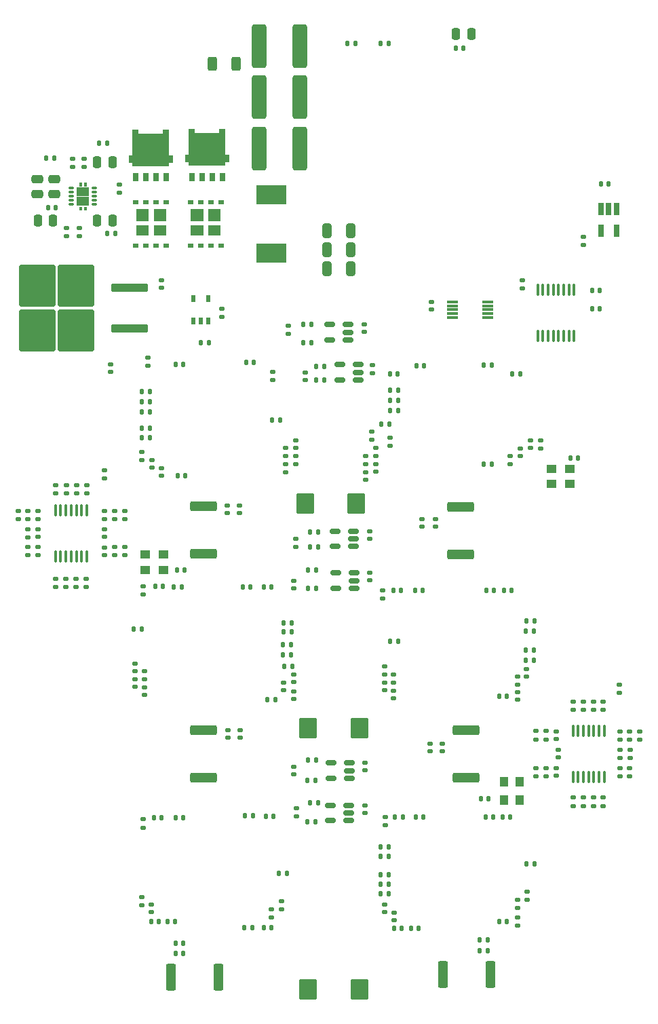
<source format=gbr>
%TF.GenerationSoftware,KiCad,Pcbnew,7.0.6-0*%
%TF.CreationDate,2023-10-22T16:37:52-04:00*%
%TF.ProjectId,bitaxeUltraHex,62697461-7865-4556-9c74-72614865782e,0.9*%
%TF.SameCoordinates,Original*%
%TF.FileFunction,Paste,Bot*%
%TF.FilePolarity,Positive*%
%FSLAX46Y46*%
G04 Gerber Fmt 4.6, Leading zero omitted, Abs format (unit mm)*
G04 Created by KiCad (PCBNEW 7.0.6-0) date 2023-10-22 16:37:52*
%MOMM*%
%LPD*%
G01*
G04 APERTURE LIST*
G04 Aperture macros list*
%AMRoundRect*
0 Rectangle with rounded corners*
0 $1 Rounding radius*
0 $2 $3 $4 $5 $6 $7 $8 $9 X,Y pos of 4 corners*
0 Add a 4 corners polygon primitive as box body*
4,1,4,$2,$3,$4,$5,$6,$7,$8,$9,$2,$3,0*
0 Add four circle primitives for the rounded corners*
1,1,$1+$1,$2,$3*
1,1,$1+$1,$4,$5*
1,1,$1+$1,$6,$7*
1,1,$1+$1,$8,$9*
0 Add four rect primitives between the rounded corners*
20,1,$1+$1,$2,$3,$4,$5,0*
20,1,$1+$1,$4,$5,$6,$7,0*
20,1,$1+$1,$6,$7,$8,$9,0*
20,1,$1+$1,$8,$9,$2,$3,0*%
%AMFreePoly0*
4,1,17,-2.699995,4.191000,0.495300,4.191000,0.495300,3.429000,0.000000,3.429000,0.000000,0.381000,0.495300,0.381000,0.495300,-0.381000,-2.699995,-0.381000,-2.699995,-0.875995,-3.604995,-0.875995,-3.604995,-0.381000,-4.029995,-0.381000,-4.029995,4.191000,-3.604995,4.191000,-3.604995,4.685995,-2.699995,4.685995,-2.699995,4.191000,-2.699995,4.191000,$1*%
G04 Aperture macros list end*
%ADD10C,0.001000*%
%ADD11RoundRect,0.135000X0.135000X0.185000X-0.135000X0.185000X-0.135000X-0.185000X0.135000X-0.185000X0*%
%ADD12RoundRect,0.140000X0.170000X-0.140000X0.170000X0.140000X-0.170000X0.140000X-0.170000X-0.140000X0*%
%ADD13RoundRect,0.250000X-0.325000X-0.650000X0.325000X-0.650000X0.325000X0.650000X-0.325000X0.650000X0*%
%ADD14RoundRect,0.140000X-0.170000X0.140000X-0.170000X-0.140000X0.170000X-0.140000X0.170000X0.140000X0*%
%ADD15RoundRect,0.140000X0.140000X0.170000X-0.140000X0.170000X-0.140000X-0.170000X0.140000X-0.170000X0*%
%ADD16RoundRect,0.135000X0.185000X-0.135000X0.185000X0.135000X-0.185000X0.135000X-0.185000X-0.135000X0*%
%ADD17RoundRect,0.250000X0.475000X-0.250000X0.475000X0.250000X-0.475000X0.250000X-0.475000X-0.250000X0*%
%ADD18RoundRect,0.250000X-0.875000X-1.025000X0.875000X-1.025000X0.875000X1.025000X-0.875000X1.025000X0*%
%ADD19RoundRect,0.140000X-0.140000X-0.170000X0.140000X-0.170000X0.140000X0.170000X-0.140000X0.170000X0*%
%ADD20RoundRect,0.150000X0.512500X0.150000X-0.512500X0.150000X-0.512500X-0.150000X0.512500X-0.150000X0*%
%ADD21RoundRect,0.135000X-0.135000X-0.185000X0.135000X-0.185000X0.135000X0.185000X-0.135000X0.185000X0*%
%ADD22RoundRect,0.250000X-0.650000X-2.450000X0.650000X-2.450000X0.650000X2.450000X-0.650000X2.450000X0*%
%ADD23R,0.650000X1.560000*%
%ADD24RoundRect,0.250000X-0.312500X-0.625000X0.312500X-0.625000X0.312500X0.625000X-0.312500X0.625000X0*%
%ADD25RoundRect,0.135000X-0.185000X0.135000X-0.185000X-0.135000X0.185000X-0.135000X0.185000X0.135000X0*%
%ADD26RoundRect,0.100000X0.100000X-0.637500X0.100000X0.637500X-0.100000X0.637500X-0.100000X-0.637500X0*%
%ADD27R,0.558800X0.952500*%
%ADD28R,3.700000X2.420000*%
%ADD29RoundRect,0.250000X0.250000X0.475000X-0.250000X0.475000X-0.250000X-0.475000X0.250000X-0.475000X0*%
%ADD30R,0.762000X0.990600*%
%ADD31FreePoly0,90.000000*%
%ADD32R,1.300000X1.100000*%
%ADD33R,1.400000X0.300000*%
%ADD34RoundRect,0.250000X-0.362500X-1.425000X0.362500X-1.425000X0.362500X1.425000X-0.362500X1.425000X0*%
%ADD35RoundRect,0.250000X-0.250000X-0.475000X0.250000X-0.475000X0.250000X0.475000X-0.250000X0.475000X0*%
%ADD36R,0.650000X0.630000*%
%ADD37RoundRect,0.250000X1.425000X-0.362500X1.425000X0.362500X-1.425000X0.362500X-1.425000X-0.362500X0*%
%ADD38RoundRect,0.250000X0.362500X1.425000X-0.362500X1.425000X-0.362500X-1.425000X0.362500X-1.425000X0*%
%ADD39R,1.100000X1.300000*%
%ADD40RoundRect,0.250000X2.050000X0.300000X-2.050000X0.300000X-2.050000X-0.300000X2.050000X-0.300000X0*%
%ADD41RoundRect,0.250000X2.025000X2.375000X-2.025000X2.375000X-2.025000X-2.375000X2.025000X-2.375000X0*%
%ADD42RoundRect,0.007874X-0.292126X-0.112126X0.292126X-0.112126X0.292126X0.112126X-0.292126X0.112126X0*%
G04 APERTURE END LIST*
%TO.C,Q2*%
G36*
X69890120Y-74215034D02*
G01*
X68320400Y-74215034D01*
X68320400Y-72980086D01*
X69890120Y-72980086D01*
X69890120Y-74215034D01*
G37*
G36*
X72079600Y-74215034D02*
G01*
X70509880Y-74215034D01*
X70509880Y-72980086D01*
X72079600Y-72980086D01*
X72079600Y-74215034D01*
G37*
G36*
X69890120Y-72479960D02*
G01*
X68320400Y-72479960D01*
X68320400Y-70895000D01*
X69890120Y-70895000D01*
X69890120Y-72479960D01*
G37*
G36*
X72079600Y-72479960D02*
G01*
X70509880Y-72479960D01*
X70509880Y-70895000D01*
X72079600Y-70895000D01*
X72079600Y-72479960D01*
G37*
%TO.C,U4*%
D10*
X61455000Y-68012000D02*
X61205000Y-68012000D01*
X61205000Y-67642000D01*
X61455000Y-67642000D01*
X61455000Y-68012000D01*
G36*
X61455000Y-68012000D02*
G01*
X61205000Y-68012000D01*
X61205000Y-67642000D01*
X61455000Y-67642000D01*
X61455000Y-68012000D01*
G37*
X61455000Y-71042000D02*
X61205000Y-71042000D01*
X61205000Y-70672000D01*
X61455000Y-70672000D01*
X61455000Y-71042000D01*
G36*
X61455000Y-71042000D02*
G01*
X61205000Y-71042000D01*
X61205000Y-70672000D01*
X61455000Y-70672000D01*
X61455000Y-71042000D01*
G37*
X62105000Y-68012000D02*
X61855000Y-68012000D01*
X61855000Y-67642000D01*
X62105000Y-67642000D01*
X62105000Y-68012000D01*
G36*
X62105000Y-68012000D02*
G01*
X61855000Y-68012000D01*
X61855000Y-67642000D01*
X62105000Y-67642000D01*
X62105000Y-68012000D01*
G37*
X62105000Y-71042000D02*
X61855000Y-71042000D01*
X61855000Y-70672000D01*
X62105000Y-70672000D01*
X62105000Y-71042000D01*
G36*
X62105000Y-71042000D02*
G01*
X61855000Y-71042000D01*
X61855000Y-70672000D01*
X62105000Y-70672000D01*
X62105000Y-71042000D01*
G37*
X62365000Y-69232000D02*
X60915000Y-69232000D01*
X60915000Y-68222000D01*
X62365000Y-68222000D01*
X62365000Y-69232000D01*
G36*
X62365000Y-69232000D02*
G01*
X60915000Y-69232000D01*
X60915000Y-68222000D01*
X62365000Y-68222000D01*
X62365000Y-69232000D01*
G37*
X62365000Y-70452000D02*
X60915000Y-70452000D01*
X60915000Y-69442000D01*
X62365000Y-69442000D01*
X62365000Y-70452000D01*
G36*
X62365000Y-70452000D02*
G01*
X60915000Y-70452000D01*
X60915000Y-69442000D01*
X62365000Y-69442000D01*
X62365000Y-70452000D01*
G37*
%TO.C,Q4*%
G36*
X76690120Y-74215034D02*
G01*
X75120400Y-74215034D01*
X75120400Y-72980086D01*
X76690120Y-72980086D01*
X76690120Y-74215034D01*
G37*
G36*
X78879600Y-74215034D02*
G01*
X77309880Y-74215034D01*
X77309880Y-72980086D01*
X78879600Y-72980086D01*
X78879600Y-74215034D01*
G37*
G36*
X76690120Y-72479960D02*
G01*
X75120400Y-72479960D01*
X75120400Y-70895000D01*
X76690120Y-70895000D01*
X76690120Y-72479960D01*
G37*
G36*
X78879600Y-72479960D02*
G01*
X77309880Y-72479960D01*
X77309880Y-70895000D01*
X78879600Y-70895000D01*
X78879600Y-72479960D01*
G37*
%TD*%
D11*
%TO.C,R36*%
X70010000Y-99500000D03*
X68990000Y-99500000D03*
%TD*%
D12*
%TO.C,C48*%
X98250000Y-103730000D03*
X98250000Y-102770000D03*
%TD*%
D13*
%TO.C,C21*%
X92125000Y-76000000D03*
X95075000Y-76000000D03*
%TD*%
D14*
%TO.C,C44*%
X97800000Y-90420000D03*
X97800000Y-91380000D03*
%TD*%
D15*
%TO.C,C104*%
X71680000Y-118000000D03*
X70720000Y-118000000D03*
%TD*%
D12*
%TO.C,C97*%
X69400000Y-131580000D03*
X69400000Y-130620000D03*
%TD*%
D16*
%TO.C,R63*%
X53600000Y-109610000D03*
X53600000Y-108590000D03*
%TD*%
D17*
%TO.C,C7*%
X58099000Y-69088000D03*
X58099000Y-67188000D03*
%TD*%
D18*
%TO.C,C150*%
X89800000Y-168300000D03*
X96200000Y-168300000D03*
%TD*%
D16*
%TO.C,R7*%
X59600000Y-74310000D03*
X59600000Y-73290000D03*
%TD*%
D19*
%TO.C,C147*%
X111220000Y-162100000D03*
X112180000Y-162100000D03*
%TD*%
D12*
%TO.C,C122*%
X100500000Y-159660000D03*
X100500000Y-158700000D03*
%TD*%
D20*
%TO.C,U25*%
X94837500Y-145350000D03*
X94837500Y-146300000D03*
X94837500Y-147250000D03*
X92562500Y-147250000D03*
X92562500Y-145350000D03*
%TD*%
D16*
%TO.C,R50*%
X65630000Y-114130000D03*
X65630000Y-113110000D03*
%TD*%
D21*
%TO.C,R54*%
X89790000Y-118300000D03*
X90810000Y-118300000D03*
%TD*%
D12*
%TO.C,C83*%
X86700000Y-130980000D03*
X86700000Y-130020000D03*
%TD*%
D15*
%TO.C,C60*%
X74480000Y-104200000D03*
X73520000Y-104200000D03*
%TD*%
D22*
%TO.C,C1*%
X83650000Y-50600000D03*
X88750000Y-50600000D03*
%TD*%
D12*
%TO.C,C123*%
X99300000Y-158660000D03*
X99300000Y-157700000D03*
%TD*%
D16*
%TO.C,R103*%
X131180000Y-137130000D03*
X131180000Y-136110000D03*
%TD*%
D11*
%TO.C,R92*%
X87110000Y-153800000D03*
X86090000Y-153800000D03*
%TD*%
D16*
%TO.C,R93*%
X118230000Y-137100000D03*
X118230000Y-136080000D03*
%TD*%
D23*
%TO.C,U5*%
X126350000Y-70950000D03*
X127300000Y-70950000D03*
X128250000Y-70950000D03*
X128250000Y-73650000D03*
X126350000Y-73650000D03*
%TD*%
D14*
%TO.C,C136*%
X128680000Y-138440000D03*
X128680000Y-139400000D03*
%TD*%
%TO.C,C72*%
X64330000Y-113160000D03*
X64330000Y-114120000D03*
%TD*%
D15*
%TO.C,C58*%
X82980000Y-90100000D03*
X82020000Y-90100000D03*
%TD*%
D24*
%TO.C,R1*%
X77837500Y-52800000D03*
X80762500Y-52800000D03*
%TD*%
D25*
%TO.C,R65*%
X58300000Y-105377500D03*
X58300000Y-106397500D03*
%TD*%
D12*
%TO.C,C3*%
X71500000Y-80780000D03*
X71500000Y-79820000D03*
%TD*%
D14*
%TO.C,C79*%
X88200000Y-112120000D03*
X88200000Y-113080000D03*
%TD*%
D19*
%TO.C,C82*%
X100420000Y-118500000D03*
X101380000Y-118500000D03*
%TD*%
%TO.C,C27*%
X125220000Y-83400000D03*
X126180000Y-83400000D03*
%TD*%
D15*
%TO.C,C43*%
X112680000Y-102800000D03*
X111720000Y-102800000D03*
%TD*%
D11*
%TO.C,R70*%
X87710000Y-122600000D03*
X86690000Y-122600000D03*
%TD*%
%TO.C,R91*%
X99810000Y-156400000D03*
X98790000Y-156400000D03*
%TD*%
%TO.C,R37*%
X70010000Y-95000000D03*
X68990000Y-95000000D03*
%TD*%
D12*
%TO.C,C50*%
X97000000Y-102730000D03*
X97000000Y-101770000D03*
%TD*%
%TO.C,C105*%
X68200000Y-128600000D03*
X68200000Y-127640000D03*
%TD*%
D26*
%TO.C,U7*%
X122975000Y-86762500D03*
X122325000Y-86762500D03*
X121675000Y-86762500D03*
X121025000Y-86762500D03*
X120375000Y-86762500D03*
X119725000Y-86762500D03*
X119075000Y-86762500D03*
X118425000Y-86762500D03*
X118425000Y-81037500D03*
X119075000Y-81037500D03*
X119725000Y-81037500D03*
X120375000Y-81037500D03*
X121025000Y-81037500D03*
X121675000Y-81037500D03*
X122325000Y-81037500D03*
X122975000Y-81037500D03*
%TD*%
D15*
%TO.C,C133*%
X71160000Y-159800000D03*
X70200000Y-159800000D03*
%TD*%
D11*
%TO.C,R67*%
X87710000Y-123700000D03*
X86690000Y-123700000D03*
%TD*%
D14*
%TO.C,C102*%
X64330000Y-110890000D03*
X64330000Y-111850000D03*
%TD*%
D12*
%TO.C,C81*%
X88000000Y-132080000D03*
X88000000Y-131120000D03*
%TD*%
D20*
%TO.C,U15*%
X94737500Y-85350000D03*
X94737500Y-86300000D03*
X94737500Y-87250000D03*
X92462500Y-87250000D03*
X92462500Y-85350000D03*
%TD*%
D12*
%TO.C,C139*%
X68980000Y-157780000D03*
X68980000Y-156820000D03*
%TD*%
D14*
%TO.C,C74*%
X97500000Y-116320000D03*
X97500000Y-117280000D03*
%TD*%
D12*
%TO.C,C56*%
X85400000Y-92230000D03*
X85400000Y-91270000D03*
%TD*%
D25*
%TO.C,R95*%
X122880000Y-132400000D03*
X122880000Y-133420000D03*
%TD*%
D11*
%TO.C,R6*%
X65710000Y-74000000D03*
X64690000Y-74000000D03*
%TD*%
%TO.C,R61*%
X101010000Y-124900000D03*
X99990000Y-124900000D03*
%TD*%
D14*
%TO.C,C65*%
X69750000Y-89500000D03*
X69750000Y-90460000D03*
%TD*%
D12*
%TO.C,C99*%
X68200000Y-130580000D03*
X68200000Y-129620000D03*
%TD*%
D14*
%TO.C,C78*%
X88000000Y-117320000D03*
X88000000Y-118280000D03*
%TD*%
%TO.C,C121*%
X88000000Y-140520000D03*
X88000000Y-141480000D03*
%TD*%
%TO.C,C55*%
X87000000Y-100750000D03*
X87000000Y-101710000D03*
%TD*%
%TO.C,C103*%
X56030000Y-110880000D03*
X56030000Y-111840000D03*
%TD*%
%TO.C,C13*%
X79000000Y-83420000D03*
X79000000Y-84380000D03*
%TD*%
%TO.C,C57*%
X88250000Y-101790000D03*
X88250000Y-102750000D03*
%TD*%
D12*
%TO.C,C96*%
X64330000Y-109600000D03*
X64330000Y-108640000D03*
%TD*%
D25*
%TO.C,R75*%
X65630000Y-108610000D03*
X65630000Y-109630000D03*
%TD*%
D12*
%TO.C,C94*%
X79800000Y-136880000D03*
X79800000Y-135920000D03*
%TD*%
D15*
%TO.C,C138*%
X71480000Y-146900000D03*
X70520000Y-146900000D03*
%TD*%
%TO.C,C116*%
X103580000Y-160700000D03*
X102620000Y-160700000D03*
%TD*%
D21*
%TO.C,R55*%
X89990000Y-113100000D03*
X91010000Y-113100000D03*
%TD*%
D11*
%TO.C,R39*%
X70010000Y-98250000D03*
X68990000Y-98250000D03*
%TD*%
D15*
%TO.C,C109*%
X112880000Y-146800000D03*
X111920000Y-146800000D03*
%TD*%
%TO.C,C128*%
X85180000Y-160620000D03*
X84220000Y-160620000D03*
%TD*%
D12*
%TO.C,C141*%
X81200000Y-108880000D03*
X81200000Y-107920000D03*
%TD*%
D14*
%TO.C,C86*%
X100400000Y-129040000D03*
X100400000Y-130000000D03*
%TD*%
D26*
%TO.C,U23*%
X126730000Y-141762500D03*
X126080000Y-141762500D03*
X125430000Y-141762500D03*
X124780000Y-141762500D03*
X124130000Y-141762500D03*
X123480000Y-141762500D03*
X122830000Y-141762500D03*
X122830000Y-136037500D03*
X123480000Y-136037500D03*
X124130000Y-136037500D03*
X124780000Y-136037500D03*
X125430000Y-136037500D03*
X126080000Y-136037500D03*
X126730000Y-136037500D03*
%TD*%
%TO.C,U18*%
X62150000Y-114250000D03*
X61500000Y-114250000D03*
X60850000Y-114250000D03*
X60200000Y-114250000D03*
X59550000Y-114250000D03*
X58900000Y-114250000D03*
X58250000Y-114250000D03*
X58250000Y-108525000D03*
X58900000Y-108525000D03*
X59550000Y-108525000D03*
X60200000Y-108525000D03*
X60850000Y-108525000D03*
X61500000Y-108525000D03*
X62150000Y-108525000D03*
%TD*%
D27*
%TO.C,U2*%
X77339800Y-84877950D03*
X76400000Y-84877950D03*
X75460200Y-84877950D03*
X75460200Y-82122050D03*
X77339800Y-82122050D03*
%TD*%
D16*
%TO.C,R10*%
X60400000Y-65710000D03*
X60400000Y-64690000D03*
%TD*%
D19*
%TO.C,C151*%
X111320000Y-144500000D03*
X112280000Y-144500000D03*
%TD*%
D12*
%TO.C,C143*%
X79700000Y-108880000D03*
X79700000Y-107920000D03*
%TD*%
D15*
%TO.C,C146*%
X74180000Y-162500000D03*
X73220000Y-162500000D03*
%TD*%
D14*
%TO.C,C120*%
X88300000Y-145720000D03*
X88300000Y-146680000D03*
%TD*%
D21*
%TO.C,R25*%
X89190000Y-87600000D03*
X90210000Y-87600000D03*
%TD*%
D28*
%TO.C,L1*%
X85200000Y-69180000D03*
X85200000Y-76420000D03*
%TD*%
D14*
%TO.C,C124*%
X86500000Y-157320000D03*
X86500000Y-158280000D03*
%TD*%
D11*
%TO.C,R30*%
X99910000Y-97800000D03*
X98890000Y-97800000D03*
%TD*%
D15*
%TO.C,C132*%
X73160000Y-159800000D03*
X72200000Y-159800000D03*
%TD*%
D21*
%TO.C,R109*%
X116990000Y-152600000D03*
X118010000Y-152600000D03*
%TD*%
D14*
%TO.C,C108*%
X115900000Y-157140000D03*
X115900000Y-158100000D03*
%TD*%
D15*
%TO.C,C68*%
X115180000Y-118500000D03*
X114220000Y-118500000D03*
%TD*%
%TO.C,C70*%
X112980000Y-118500000D03*
X112020000Y-118500000D03*
%TD*%
D21*
%TO.C,R19*%
X94690000Y-50300000D03*
X95710000Y-50300000D03*
%TD*%
D19*
%TO.C,C149*%
X111220000Y-163500000D03*
X112180000Y-163500000D03*
%TD*%
D29*
%TO.C,C15*%
X65350000Y-72400000D03*
X63450000Y-72400000D03*
%TD*%
D16*
%TO.C,R22*%
X118800000Y-100810000D03*
X118800000Y-99790000D03*
%TD*%
D25*
%TO.C,R105*%
X126630000Y-132400000D03*
X126630000Y-133420000D03*
%TD*%
D18*
%TO.C,C145*%
X89400000Y-107700000D03*
X95800000Y-107700000D03*
%TD*%
D12*
%TO.C,C84*%
X88000000Y-129980000D03*
X88000000Y-129020000D03*
%TD*%
D14*
%TO.C,C38*%
X117500000Y-99790000D03*
X117500000Y-100750000D03*
%TD*%
D16*
%TO.C,R81*%
X129930000Y-141730000D03*
X129930000Y-140710000D03*
%TD*%
%TO.C,R107*%
X69196000Y-148110000D03*
X69196000Y-147090000D03*
%TD*%
D12*
%TO.C,C101*%
X69400000Y-129580000D03*
X69400000Y-128620000D03*
%TD*%
%TO.C,C95*%
X106500000Y-138580000D03*
X106500000Y-137620000D03*
%TD*%
D25*
%TO.C,R64*%
X59600000Y-105390000D03*
X59600000Y-106410000D03*
%TD*%
D30*
%TO.C,Q3*%
X79105000Y-66983294D03*
X77835000Y-66983294D03*
X76565000Y-66983294D03*
X75295000Y-66983294D03*
D31*
X79105000Y-61488298D03*
%TD*%
D12*
%TO.C,C135*%
X70180000Y-158680000D03*
X70180000Y-157720000D03*
%TD*%
D14*
%TO.C,C54*%
X88250000Y-99790000D03*
X88250000Y-100750000D03*
%TD*%
D15*
%TO.C,C140*%
X74380000Y-116000000D03*
X73420000Y-116000000D03*
%TD*%
D13*
%TO.C,C20*%
X92125000Y-73600000D03*
X95075000Y-73600000D03*
%TD*%
D11*
%TO.C,R97*%
X99810000Y-151700000D03*
X98790000Y-151700000D03*
%TD*%
D16*
%TO.C,R84*%
X122880000Y-145400000D03*
X122880000Y-144380000D03*
%TD*%
D32*
%TO.C,U17*%
X122450000Y-105250000D03*
X120150000Y-105250000D03*
X120150000Y-103350000D03*
X122450000Y-103350000D03*
%TD*%
D25*
%TO.C,R44*%
X66880000Y-113110000D03*
X66880000Y-114130000D03*
%TD*%
D14*
%TO.C,C45*%
X96800000Y-85320000D03*
X96800000Y-86280000D03*
%TD*%
D16*
%TO.C,R83*%
X124130000Y-145400000D03*
X124130000Y-144380000D03*
%TD*%
%TO.C,R72*%
X66880000Y-109630000D03*
X66880000Y-108610000D03*
%TD*%
D11*
%TO.C,R101*%
X99810000Y-150500000D03*
X98790000Y-150500000D03*
%TD*%
D33*
%TO.C,U12*%
X107800000Y-84500000D03*
X107800000Y-84000000D03*
X107800000Y-83500000D03*
X107800000Y-83000000D03*
X107800000Y-82500000D03*
X112200000Y-82500000D03*
X112200000Y-83000000D03*
X112200000Y-83500000D03*
X112200000Y-84000000D03*
X112200000Y-84500000D03*
%TD*%
D11*
%TO.C,R96*%
X99810000Y-154000000D03*
X98790000Y-154000000D03*
%TD*%
D19*
%TO.C,C46*%
X103320000Y-90500000D03*
X104280000Y-90500000D03*
%TD*%
D11*
%TO.C,R18*%
X99810000Y-50300000D03*
X98790000Y-50300000D03*
%TD*%
D34*
%TO.C,R99*%
X106637500Y-166400000D03*
X112562500Y-166400000D03*
%TD*%
D11*
%TO.C,R28*%
X90210000Y-85300000D03*
X89190000Y-85300000D03*
%TD*%
D20*
%TO.C,U21*%
X95437500Y-111150000D03*
X95437500Y-112100000D03*
X95437500Y-113050000D03*
X93162500Y-113050000D03*
X93162500Y-111150000D03*
%TD*%
D14*
%TO.C,C114*%
X96900000Y-140020000D03*
X96900000Y-140980000D03*
%TD*%
D15*
%TO.C,C107*%
X114980000Y-146800000D03*
X114020000Y-146800000D03*
%TD*%
D11*
%TO.C,R27*%
X91810000Y-90600000D03*
X90790000Y-90600000D03*
%TD*%
D35*
%TO.C,C23*%
X108250000Y-49100000D03*
X110150000Y-49100000D03*
%TD*%
D25*
%TO.C,R77*%
X64400000Y-103490000D03*
X64400000Y-104510000D03*
%TD*%
D15*
%TO.C,C41*%
X112680000Y-90400000D03*
X111720000Y-90400000D03*
%TD*%
%TO.C,C10*%
X58280000Y-70800000D03*
X57320000Y-70800000D03*
%TD*%
D11*
%TO.C,R17*%
X69010000Y-123300000D03*
X67990000Y-123300000D03*
%TD*%
D12*
%TO.C,C66*%
X69000000Y-102230000D03*
X69000000Y-101270000D03*
%TD*%
D14*
%TO.C,C12*%
X65100000Y-90320000D03*
X65100000Y-91280000D03*
%TD*%
D20*
%TO.C,U26*%
X94937500Y-140050000D03*
X94937500Y-141000000D03*
X94937500Y-141950000D03*
X92662500Y-141950000D03*
X92662500Y-140050000D03*
%TD*%
D12*
%TO.C,C131*%
X128680000Y-137100000D03*
X128680000Y-136140000D03*
%TD*%
D25*
%TO.C,R14*%
X116500000Y-79790000D03*
X116500000Y-80810000D03*
%TD*%
D15*
%TO.C,C87*%
X85180000Y-118100000D03*
X84220000Y-118100000D03*
%TD*%
D19*
%TO.C,C77*%
X84720000Y-132120000D03*
X85680000Y-132120000D03*
%TD*%
%TO.C,C100*%
X73020000Y-118100000D03*
X73980000Y-118100000D03*
%TD*%
D32*
%TO.C,U8*%
X71750000Y-115950000D03*
X69450000Y-115950000D03*
X69450000Y-114050000D03*
X71750000Y-114050000D03*
%TD*%
D14*
%TO.C,C117*%
X120730000Y-140710000D03*
X120730000Y-141670000D03*
%TD*%
D25*
%TO.C,R73*%
X60900000Y-105377500D03*
X60900000Y-106397500D03*
%TD*%
%TO.C,R102*%
X119480000Y-136080000D03*
X119480000Y-137100000D03*
%TD*%
D16*
%TO.C,R80*%
X126630000Y-145400000D03*
X126630000Y-144380000D03*
%TD*%
%TO.C,R78*%
X129980000Y-139410000D03*
X129980000Y-138390000D03*
%TD*%
D12*
%TO.C,C53*%
X98250000Y-101730000D03*
X98250000Y-100770000D03*
%TD*%
D14*
%TO.C,C14*%
X66200000Y-67920000D03*
X66200000Y-68880000D03*
%TD*%
D19*
%TO.C,C134*%
X73220000Y-146900000D03*
X74180000Y-146900000D03*
%TD*%
D36*
%TO.C,Q2*%
X72105000Y-75535072D03*
X70835000Y-75535072D03*
X69565000Y-75535072D03*
X68295000Y-75535072D03*
X68295000Y-70064928D03*
X69565000Y-70064928D03*
X70835000Y-70064928D03*
X72105000Y-70064928D03*
%TD*%
D14*
%TO.C,C80*%
X56030000Y-113130000D03*
X56030000Y-114090000D03*
%TD*%
D12*
%TO.C,C64*%
X70250000Y-103230000D03*
X70250000Y-102270000D03*
%TD*%
D21*
%TO.C,R87*%
X89690000Y-142200000D03*
X90710000Y-142200000D03*
%TD*%
D15*
%TO.C,C118*%
X101480000Y-160700000D03*
X100520000Y-160700000D03*
%TD*%
D11*
%TO.C,R66*%
X87610000Y-125300000D03*
X86590000Y-125300000D03*
%TD*%
%TO.C,R33*%
X101010000Y-94800000D03*
X99990000Y-94800000D03*
%TD*%
D37*
%TO.C,R62*%
X76700000Y-141862500D03*
X76700000Y-135937500D03*
%TD*%
D15*
%TO.C,C39*%
X116230000Y-91500000D03*
X115270000Y-91500000D03*
%TD*%
D14*
%TO.C,C52*%
X87300000Y-85520000D03*
X87300000Y-86480000D03*
%TD*%
D38*
%TO.C,R98*%
X78562500Y-166800000D03*
X72637500Y-166800000D03*
%TD*%
D14*
%TO.C,C67*%
X117000000Y-128300000D03*
X117000000Y-129260000D03*
%TD*%
%TO.C,C125*%
X85200000Y-158340000D03*
X85200000Y-159300000D03*
%TD*%
D11*
%TO.C,R57*%
X91010000Y-111200000D03*
X89990000Y-111200000D03*
%TD*%
D16*
%TO.C,R52*%
X59550000Y-118100000D03*
X59550000Y-117080000D03*
%TD*%
D11*
%TO.C,R69*%
X87610000Y-126600000D03*
X86590000Y-126600000D03*
%TD*%
D14*
%TO.C,C71*%
X115900000Y-131220000D03*
X115900000Y-132180000D03*
%TD*%
%TO.C,C113*%
X96900000Y-145320000D03*
X96900000Y-146280000D03*
%TD*%
D12*
%TO.C,C127*%
X120730000Y-137070000D03*
X120730000Y-136110000D03*
%TD*%
D19*
%TO.C,C49*%
X100020000Y-91500000D03*
X100980000Y-91500000D03*
%TD*%
D15*
%TO.C,C130*%
X82780000Y-160600000D03*
X81820000Y-160600000D03*
%TD*%
D16*
%TO.C,R58*%
X99100000Y-119510000D03*
X99100000Y-118490000D03*
%TD*%
D11*
%TO.C,R100*%
X99810000Y-155200000D03*
X98790000Y-155200000D03*
%TD*%
D14*
%TO.C,C92*%
X100400000Y-131040000D03*
X100400000Y-132000000D03*
%TD*%
D16*
%TO.C,R46*%
X62050000Y-118100000D03*
X62050000Y-117080000D03*
%TD*%
D12*
%TO.C,C142*%
X104000000Y-110580000D03*
X104000000Y-109620000D03*
%TD*%
D11*
%TO.C,R90*%
X90810000Y-139700000D03*
X89790000Y-139700000D03*
%TD*%
D25*
%TO.C,R106*%
X129930000Y-136110000D03*
X129930000Y-137130000D03*
%TD*%
D14*
%TO.C,C111*%
X128680000Y-140740000D03*
X128680000Y-141700000D03*
%TD*%
%TO.C,C137*%
X121030000Y-138420000D03*
X121030000Y-139380000D03*
%TD*%
D22*
%TO.C,C6*%
X83650000Y-63400000D03*
X88750000Y-63400000D03*
%TD*%
D20*
%TO.C,U14*%
X96037500Y-90350000D03*
X96037500Y-91300000D03*
X96037500Y-92250000D03*
X93762500Y-92250000D03*
X93762500Y-90350000D03*
%TD*%
D39*
%TO.C,U28*%
X114250000Y-144650000D03*
X114250000Y-142350000D03*
X116150000Y-142350000D03*
X116150000Y-144650000D03*
%TD*%
D16*
%TO.C,R26*%
X100000000Y-100510000D03*
X100000000Y-99490000D03*
%TD*%
D12*
%TO.C,C17*%
X124100000Y-75380000D03*
X124100000Y-74420000D03*
%TD*%
D15*
%TO.C,C148*%
X74180000Y-163800000D03*
X73220000Y-163800000D03*
%TD*%
D37*
%TO.C,R35*%
X76700000Y-113962500D03*
X76700000Y-108037500D03*
%TD*%
D11*
%TO.C,R23*%
X101010000Y-93500000D03*
X99990000Y-93500000D03*
%TD*%
%TO.C,R56*%
X90810000Y-116000000D03*
X89790000Y-116000000D03*
%TD*%
D12*
%TO.C,C47*%
X97000000Y-104730000D03*
X97000000Y-103770000D03*
%TD*%
D14*
%TO.C,C89*%
X99300000Y-130040000D03*
X99300000Y-131000000D03*
%TD*%
%TO.C,C40*%
X116250000Y-100790000D03*
X116250000Y-101750000D03*
%TD*%
%TO.C,C106*%
X117100000Y-156140000D03*
X117100000Y-157100000D03*
%TD*%
D15*
%TO.C,C90*%
X82580000Y-118100000D03*
X81620000Y-118100000D03*
%TD*%
D12*
%TO.C,C62*%
X71500000Y-104230000D03*
X71500000Y-103270000D03*
%TD*%
D14*
%TO.C,C51*%
X89400000Y-91320000D03*
X89400000Y-92280000D03*
%TD*%
D25*
%TO.C,R104*%
X125380000Y-132400000D03*
X125380000Y-133420000D03*
%TD*%
D20*
%TO.C,U20*%
X95537500Y-116350000D03*
X95537500Y-117300000D03*
X95537500Y-118250000D03*
X93262500Y-118250000D03*
X93262500Y-116350000D03*
%TD*%
D40*
%TO.C,U1*%
X67525000Y-80772000D03*
D41*
X60800000Y-86087000D03*
X60800000Y-80537000D03*
X55950000Y-86087000D03*
X55950000Y-80537000D03*
D40*
X67525000Y-85852000D03*
%TD*%
D21*
%TO.C,R48*%
X116900000Y-123600000D03*
X117920000Y-123600000D03*
%TD*%
D25*
%TO.C,R108*%
X128600000Y-130290000D03*
X128600000Y-131310000D03*
%TD*%
D21*
%TO.C,R49*%
X116900000Y-127200000D03*
X117920000Y-127200000D03*
%TD*%
%TO.C,R4*%
X57090000Y-64600000D03*
X58110000Y-64600000D03*
%TD*%
D25*
%TO.C,R71*%
X54800000Y-108590000D03*
X54800000Y-109610000D03*
%TD*%
D21*
%TO.C,R86*%
X89690000Y-147400000D03*
X90710000Y-147400000D03*
%TD*%
D19*
%TO.C,C63*%
X73220000Y-90300000D03*
X74180000Y-90300000D03*
%TD*%
D22*
%TO.C,C2*%
X83650000Y-57000000D03*
X88750000Y-57000000D03*
%TD*%
D11*
%TO.C,R29*%
X86260000Y-97250000D03*
X85240000Y-97250000D03*
%TD*%
D37*
%TO.C,R34*%
X108800000Y-114062500D03*
X108800000Y-108137500D03*
%TD*%
D19*
%TO.C,C76*%
X103120000Y-118500000D03*
X104080000Y-118500000D03*
%TD*%
%TO.C,C25*%
X108220000Y-50900000D03*
X109180000Y-50900000D03*
%TD*%
D12*
%TO.C,C91*%
X81300000Y-136880000D03*
X81300000Y-135920000D03*
%TD*%
D16*
%TO.C,R51*%
X54800000Y-111910000D03*
X54800000Y-110890000D03*
%TD*%
D14*
%TO.C,C85*%
X99300000Y-128040000D03*
X99300000Y-129000000D03*
%TD*%
D12*
%TO.C,C31*%
X105200000Y-83480000D03*
X105200000Y-82520000D03*
%TD*%
D19*
%TO.C,C115*%
X103220000Y-146800000D03*
X104180000Y-146800000D03*
%TD*%
D42*
%TO.C,U4*%
X60255000Y-70342000D03*
X60255000Y-69842000D03*
X60255000Y-69312000D03*
X60255000Y-68842000D03*
X60255000Y-68342000D03*
X63055000Y-68342000D03*
X63055000Y-68842000D03*
X63055000Y-69342000D03*
X63055000Y-69842000D03*
X63055000Y-70342000D03*
%TD*%
D21*
%TO.C,R24*%
X90790000Y-92300000D03*
X91810000Y-92300000D03*
%TD*%
D11*
%TO.C,R89*%
X91010000Y-145000000D03*
X89990000Y-145000000D03*
%TD*%
D15*
%TO.C,C5*%
X77380000Y-87600000D03*
X76420000Y-87600000D03*
%TD*%
D21*
%TO.C,R43*%
X116990000Y-122300000D03*
X118010000Y-122300000D03*
%TD*%
D25*
%TO.C,R82*%
X118230000Y-140680000D03*
X118230000Y-141700000D03*
%TD*%
%TO.C,R9*%
X61800000Y-64690000D03*
X61800000Y-65710000D03*
%TD*%
D29*
%TO.C,C19*%
X65350000Y-65090000D03*
X63450000Y-65090000D03*
%TD*%
D15*
%TO.C,C129*%
X82880000Y-146600000D03*
X81920000Y-146600000D03*
%TD*%
D14*
%TO.C,C59*%
X87000000Y-102790000D03*
X87000000Y-103750000D03*
%TD*%
D25*
%TO.C,R32*%
X97700000Y-98690000D03*
X97700000Y-99710000D03*
%TD*%
D16*
%TO.C,R88*%
X119480000Y-141700000D03*
X119480000Y-140680000D03*
%TD*%
D29*
%TO.C,C8*%
X57950000Y-72400000D03*
X56050000Y-72400000D03*
%TD*%
D30*
%TO.C,Q1*%
X72105000Y-66995001D03*
X70835000Y-66995001D03*
X69565000Y-66995001D03*
X68295000Y-66995001D03*
D31*
X72105000Y-61500005D03*
%TD*%
D36*
%TO.C,Q4*%
X78905000Y-75535072D03*
X77635000Y-75535072D03*
X76365000Y-75535072D03*
X75095000Y-75535072D03*
X75095000Y-70064928D03*
X76365000Y-70064928D03*
X77635000Y-70064928D03*
X78905000Y-70064928D03*
%TD*%
D21*
%TO.C,R60*%
X86790000Y-128020000D03*
X87810000Y-128020000D03*
%TD*%
D19*
%TO.C,C119*%
X100620000Y-146800000D03*
X101580000Y-146800000D03*
%TD*%
D25*
%TO.C,R76*%
X69200000Y-117990000D03*
X69200000Y-119010000D03*
%TD*%
D16*
%TO.C,R85*%
X99400000Y-147810000D03*
X99400000Y-146790000D03*
%TD*%
%TO.C,R79*%
X125380000Y-145400000D03*
X125380000Y-144380000D03*
%TD*%
D13*
%TO.C,C22*%
X92125000Y-78400000D03*
X95075000Y-78400000D03*
%TD*%
D11*
%TO.C,R31*%
X101010000Y-96100000D03*
X99990000Y-96100000D03*
%TD*%
D14*
%TO.C,C110*%
X115900000Y-159340000D03*
X115900000Y-160300000D03*
%TD*%
%TO.C,C69*%
X115900000Y-129300000D03*
X115900000Y-130260000D03*
%TD*%
D15*
%TO.C,C112*%
X114600000Y-159820000D03*
X113640000Y-159820000D03*
%TD*%
D12*
%TO.C,C88*%
X56030000Y-109590000D03*
X56030000Y-108630000D03*
%TD*%
D15*
%TO.C,C26*%
X126180000Y-81100000D03*
X125220000Y-81100000D03*
%TD*%
D21*
%TO.C,R47*%
X116900000Y-126000000D03*
X117920000Y-126000000D03*
%TD*%
D37*
%TO.C,R68*%
X109500000Y-141862500D03*
X109500000Y-135937500D03*
%TD*%
D16*
%TO.C,R59*%
X54780000Y-114120000D03*
X54780000Y-113100000D03*
%TD*%
D25*
%TO.C,R94*%
X124130000Y-132400000D03*
X124130000Y-133420000D03*
%TD*%
D11*
%TO.C,R40*%
X70010000Y-96250000D03*
X68990000Y-96250000D03*
%TD*%
D25*
%TO.C,R5*%
X61200000Y-73290000D03*
X61200000Y-74310000D03*
%TD*%
%TO.C,R45*%
X60800000Y-117090000D03*
X60800000Y-118110000D03*
%TD*%
D18*
%TO.C,C98*%
X89800000Y-135700000D03*
X96200000Y-135700000D03*
%TD*%
D14*
%TO.C,C42*%
X115000000Y-101790000D03*
X115000000Y-102750000D03*
%TD*%
D12*
%TO.C,C144*%
X105700000Y-110580000D03*
X105700000Y-109620000D03*
%TD*%
D25*
%TO.C,R74*%
X62150000Y-105377500D03*
X62150000Y-106397500D03*
%TD*%
D17*
%TO.C,C9*%
X56000000Y-69088000D03*
X56000000Y-67188000D03*
%TD*%
D12*
%TO.C,C93*%
X105000000Y-138580000D03*
X105000000Y-137620000D03*
%TD*%
D15*
%TO.C,C73*%
X114580000Y-131700000D03*
X113620000Y-131700000D03*
%TD*%
D16*
%TO.C,R53*%
X58300000Y-118100000D03*
X58300000Y-117080000D03*
%TD*%
D19*
%TO.C,C16*%
X126320000Y-67800000D03*
X127280000Y-67800000D03*
%TD*%
D15*
%TO.C,C126*%
X85480000Y-146700000D03*
X84520000Y-146700000D03*
%TD*%
D14*
%TO.C,C75*%
X97500000Y-111120000D03*
X97500000Y-112080000D03*
%TD*%
D15*
%TO.C,C61*%
X123480000Y-102000000D03*
X122520000Y-102000000D03*
%TD*%
D11*
%TO.C,R38*%
X70010000Y-93750000D03*
X68990000Y-93750000D03*
%TD*%
D21*
%TO.C,R8*%
X63690000Y-62700000D03*
X64710000Y-62700000D03*
%TD*%
M02*

</source>
